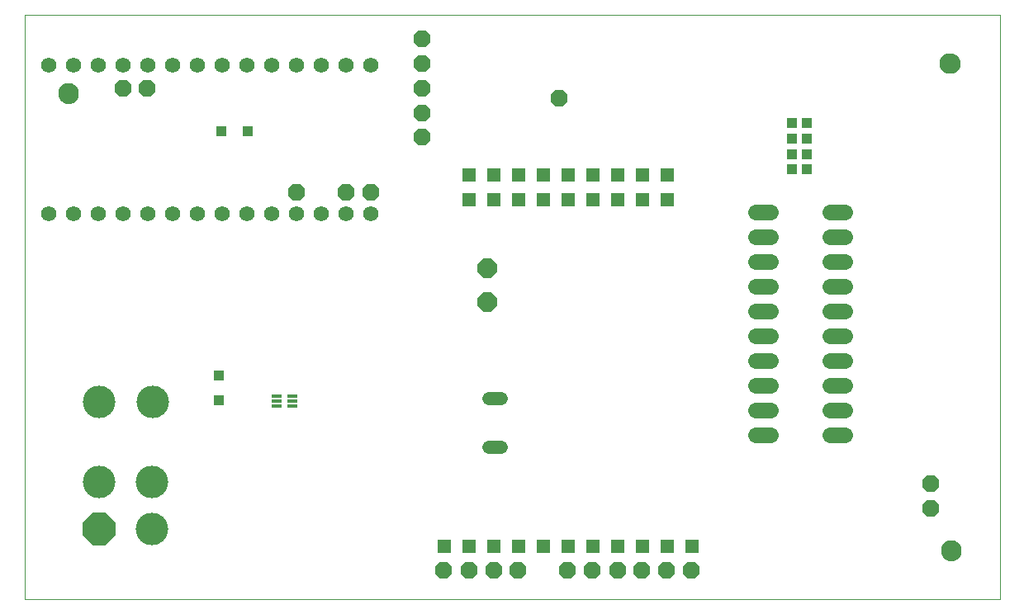
<source format=gbs>
G75*
%MOIN*%
%OFA0B0*%
%FSLAX25Y25*%
%IPPOS*%
%LPD*%
%AMOC8*
5,1,8,0,0,1.08239X$1,22.5*
%
%ADD10C,0.00000*%
%ADD11C,0.08274*%
%ADD12R,0.04298X0.01581*%
%ADD13C,0.05400*%
%ADD14C,0.13100*%
%ADD15OC8,0.08000*%
%ADD16R,0.05550X0.05550*%
%ADD17C,0.06337*%
%ADD18OC8,0.13100*%
%ADD19R,0.04337X0.04337*%
%ADD20OC8,0.06700*%
%ADD21C,0.06200*%
D10*
X0031328Y0025816D02*
X0031328Y0262036D01*
X0425028Y0262036D01*
X0425028Y0025816D01*
X0031328Y0025816D01*
X0045107Y0230146D02*
X0045109Y0230271D01*
X0045115Y0230396D01*
X0045125Y0230520D01*
X0045139Y0230644D01*
X0045156Y0230768D01*
X0045178Y0230891D01*
X0045204Y0231013D01*
X0045233Y0231135D01*
X0045266Y0231255D01*
X0045304Y0231374D01*
X0045344Y0231493D01*
X0045389Y0231609D01*
X0045437Y0231724D01*
X0045489Y0231838D01*
X0045545Y0231950D01*
X0045604Y0232060D01*
X0045666Y0232168D01*
X0045732Y0232275D01*
X0045801Y0232379D01*
X0045874Y0232480D01*
X0045949Y0232580D01*
X0046028Y0232677D01*
X0046110Y0232771D01*
X0046195Y0232863D01*
X0046282Y0232952D01*
X0046373Y0233038D01*
X0046466Y0233121D01*
X0046562Y0233202D01*
X0046660Y0233279D01*
X0046760Y0233353D01*
X0046863Y0233424D01*
X0046968Y0233491D01*
X0047076Y0233556D01*
X0047185Y0233616D01*
X0047296Y0233674D01*
X0047409Y0233727D01*
X0047523Y0233777D01*
X0047639Y0233824D01*
X0047756Y0233866D01*
X0047875Y0233905D01*
X0047995Y0233941D01*
X0048116Y0233972D01*
X0048238Y0234000D01*
X0048360Y0234023D01*
X0048484Y0234043D01*
X0048608Y0234059D01*
X0048732Y0234071D01*
X0048857Y0234079D01*
X0048982Y0234083D01*
X0049106Y0234083D01*
X0049231Y0234079D01*
X0049356Y0234071D01*
X0049480Y0234059D01*
X0049604Y0234043D01*
X0049728Y0234023D01*
X0049850Y0234000D01*
X0049972Y0233972D01*
X0050093Y0233941D01*
X0050213Y0233905D01*
X0050332Y0233866D01*
X0050449Y0233824D01*
X0050565Y0233777D01*
X0050679Y0233727D01*
X0050792Y0233674D01*
X0050903Y0233616D01*
X0051013Y0233556D01*
X0051120Y0233491D01*
X0051225Y0233424D01*
X0051328Y0233353D01*
X0051428Y0233279D01*
X0051526Y0233202D01*
X0051622Y0233121D01*
X0051715Y0233038D01*
X0051806Y0232952D01*
X0051893Y0232863D01*
X0051978Y0232771D01*
X0052060Y0232677D01*
X0052139Y0232580D01*
X0052214Y0232480D01*
X0052287Y0232379D01*
X0052356Y0232275D01*
X0052422Y0232168D01*
X0052484Y0232060D01*
X0052543Y0231950D01*
X0052599Y0231838D01*
X0052651Y0231724D01*
X0052699Y0231609D01*
X0052744Y0231493D01*
X0052784Y0231374D01*
X0052822Y0231255D01*
X0052855Y0231135D01*
X0052884Y0231013D01*
X0052910Y0230891D01*
X0052932Y0230768D01*
X0052949Y0230644D01*
X0052963Y0230520D01*
X0052973Y0230396D01*
X0052979Y0230271D01*
X0052981Y0230146D01*
X0052979Y0230021D01*
X0052973Y0229896D01*
X0052963Y0229772D01*
X0052949Y0229648D01*
X0052932Y0229524D01*
X0052910Y0229401D01*
X0052884Y0229279D01*
X0052855Y0229157D01*
X0052822Y0229037D01*
X0052784Y0228918D01*
X0052744Y0228799D01*
X0052699Y0228683D01*
X0052651Y0228568D01*
X0052599Y0228454D01*
X0052543Y0228342D01*
X0052484Y0228232D01*
X0052422Y0228124D01*
X0052356Y0228017D01*
X0052287Y0227913D01*
X0052214Y0227812D01*
X0052139Y0227712D01*
X0052060Y0227615D01*
X0051978Y0227521D01*
X0051893Y0227429D01*
X0051806Y0227340D01*
X0051715Y0227254D01*
X0051622Y0227171D01*
X0051526Y0227090D01*
X0051428Y0227013D01*
X0051328Y0226939D01*
X0051225Y0226868D01*
X0051120Y0226801D01*
X0051012Y0226736D01*
X0050903Y0226676D01*
X0050792Y0226618D01*
X0050679Y0226565D01*
X0050565Y0226515D01*
X0050449Y0226468D01*
X0050332Y0226426D01*
X0050213Y0226387D01*
X0050093Y0226351D01*
X0049972Y0226320D01*
X0049850Y0226292D01*
X0049728Y0226269D01*
X0049604Y0226249D01*
X0049480Y0226233D01*
X0049356Y0226221D01*
X0049231Y0226213D01*
X0049106Y0226209D01*
X0048982Y0226209D01*
X0048857Y0226213D01*
X0048732Y0226221D01*
X0048608Y0226233D01*
X0048484Y0226249D01*
X0048360Y0226269D01*
X0048238Y0226292D01*
X0048116Y0226320D01*
X0047995Y0226351D01*
X0047875Y0226387D01*
X0047756Y0226426D01*
X0047639Y0226468D01*
X0047523Y0226515D01*
X0047409Y0226565D01*
X0047296Y0226618D01*
X0047185Y0226676D01*
X0047075Y0226736D01*
X0046968Y0226801D01*
X0046863Y0226868D01*
X0046760Y0226939D01*
X0046660Y0227013D01*
X0046562Y0227090D01*
X0046466Y0227171D01*
X0046373Y0227254D01*
X0046282Y0227340D01*
X0046195Y0227429D01*
X0046110Y0227521D01*
X0046028Y0227615D01*
X0045949Y0227712D01*
X0045874Y0227812D01*
X0045801Y0227913D01*
X0045732Y0228017D01*
X0045666Y0228124D01*
X0045604Y0228232D01*
X0045545Y0228342D01*
X0045489Y0228454D01*
X0045437Y0228568D01*
X0045389Y0228683D01*
X0045344Y0228799D01*
X0045304Y0228918D01*
X0045266Y0229037D01*
X0045233Y0229157D01*
X0045204Y0229279D01*
X0045178Y0229401D01*
X0045156Y0229524D01*
X0045139Y0229648D01*
X0045125Y0229772D01*
X0045115Y0229896D01*
X0045109Y0230021D01*
X0045107Y0230146D01*
X0401013Y0242351D02*
X0401015Y0242476D01*
X0401021Y0242601D01*
X0401031Y0242725D01*
X0401045Y0242849D01*
X0401062Y0242973D01*
X0401084Y0243096D01*
X0401110Y0243218D01*
X0401139Y0243340D01*
X0401172Y0243460D01*
X0401210Y0243579D01*
X0401250Y0243698D01*
X0401295Y0243814D01*
X0401343Y0243929D01*
X0401395Y0244043D01*
X0401451Y0244155D01*
X0401510Y0244265D01*
X0401572Y0244373D01*
X0401638Y0244480D01*
X0401707Y0244584D01*
X0401780Y0244685D01*
X0401855Y0244785D01*
X0401934Y0244882D01*
X0402016Y0244976D01*
X0402101Y0245068D01*
X0402188Y0245157D01*
X0402279Y0245243D01*
X0402372Y0245326D01*
X0402468Y0245407D01*
X0402566Y0245484D01*
X0402666Y0245558D01*
X0402769Y0245629D01*
X0402874Y0245696D01*
X0402982Y0245761D01*
X0403091Y0245821D01*
X0403202Y0245879D01*
X0403315Y0245932D01*
X0403429Y0245982D01*
X0403545Y0246029D01*
X0403662Y0246071D01*
X0403781Y0246110D01*
X0403901Y0246146D01*
X0404022Y0246177D01*
X0404144Y0246205D01*
X0404266Y0246228D01*
X0404390Y0246248D01*
X0404514Y0246264D01*
X0404638Y0246276D01*
X0404763Y0246284D01*
X0404888Y0246288D01*
X0405012Y0246288D01*
X0405137Y0246284D01*
X0405262Y0246276D01*
X0405386Y0246264D01*
X0405510Y0246248D01*
X0405634Y0246228D01*
X0405756Y0246205D01*
X0405878Y0246177D01*
X0405999Y0246146D01*
X0406119Y0246110D01*
X0406238Y0246071D01*
X0406355Y0246029D01*
X0406471Y0245982D01*
X0406585Y0245932D01*
X0406698Y0245879D01*
X0406809Y0245821D01*
X0406919Y0245761D01*
X0407026Y0245696D01*
X0407131Y0245629D01*
X0407234Y0245558D01*
X0407334Y0245484D01*
X0407432Y0245407D01*
X0407528Y0245326D01*
X0407621Y0245243D01*
X0407712Y0245157D01*
X0407799Y0245068D01*
X0407884Y0244976D01*
X0407966Y0244882D01*
X0408045Y0244785D01*
X0408120Y0244685D01*
X0408193Y0244584D01*
X0408262Y0244480D01*
X0408328Y0244373D01*
X0408390Y0244265D01*
X0408449Y0244155D01*
X0408505Y0244043D01*
X0408557Y0243929D01*
X0408605Y0243814D01*
X0408650Y0243698D01*
X0408690Y0243579D01*
X0408728Y0243460D01*
X0408761Y0243340D01*
X0408790Y0243218D01*
X0408816Y0243096D01*
X0408838Y0242973D01*
X0408855Y0242849D01*
X0408869Y0242725D01*
X0408879Y0242601D01*
X0408885Y0242476D01*
X0408887Y0242351D01*
X0408885Y0242226D01*
X0408879Y0242101D01*
X0408869Y0241977D01*
X0408855Y0241853D01*
X0408838Y0241729D01*
X0408816Y0241606D01*
X0408790Y0241484D01*
X0408761Y0241362D01*
X0408728Y0241242D01*
X0408690Y0241123D01*
X0408650Y0241004D01*
X0408605Y0240888D01*
X0408557Y0240773D01*
X0408505Y0240659D01*
X0408449Y0240547D01*
X0408390Y0240437D01*
X0408328Y0240329D01*
X0408262Y0240222D01*
X0408193Y0240118D01*
X0408120Y0240017D01*
X0408045Y0239917D01*
X0407966Y0239820D01*
X0407884Y0239726D01*
X0407799Y0239634D01*
X0407712Y0239545D01*
X0407621Y0239459D01*
X0407528Y0239376D01*
X0407432Y0239295D01*
X0407334Y0239218D01*
X0407234Y0239144D01*
X0407131Y0239073D01*
X0407026Y0239006D01*
X0406918Y0238941D01*
X0406809Y0238881D01*
X0406698Y0238823D01*
X0406585Y0238770D01*
X0406471Y0238720D01*
X0406355Y0238673D01*
X0406238Y0238631D01*
X0406119Y0238592D01*
X0405999Y0238556D01*
X0405878Y0238525D01*
X0405756Y0238497D01*
X0405634Y0238474D01*
X0405510Y0238454D01*
X0405386Y0238438D01*
X0405262Y0238426D01*
X0405137Y0238418D01*
X0405012Y0238414D01*
X0404888Y0238414D01*
X0404763Y0238418D01*
X0404638Y0238426D01*
X0404514Y0238438D01*
X0404390Y0238454D01*
X0404266Y0238474D01*
X0404144Y0238497D01*
X0404022Y0238525D01*
X0403901Y0238556D01*
X0403781Y0238592D01*
X0403662Y0238631D01*
X0403545Y0238673D01*
X0403429Y0238720D01*
X0403315Y0238770D01*
X0403202Y0238823D01*
X0403091Y0238881D01*
X0402981Y0238941D01*
X0402874Y0239006D01*
X0402769Y0239073D01*
X0402666Y0239144D01*
X0402566Y0239218D01*
X0402468Y0239295D01*
X0402372Y0239376D01*
X0402279Y0239459D01*
X0402188Y0239545D01*
X0402101Y0239634D01*
X0402016Y0239726D01*
X0401934Y0239820D01*
X0401855Y0239917D01*
X0401780Y0240017D01*
X0401707Y0240118D01*
X0401638Y0240222D01*
X0401572Y0240329D01*
X0401510Y0240437D01*
X0401451Y0240547D01*
X0401395Y0240659D01*
X0401343Y0240773D01*
X0401295Y0240888D01*
X0401250Y0241004D01*
X0401210Y0241123D01*
X0401172Y0241242D01*
X0401139Y0241362D01*
X0401110Y0241484D01*
X0401084Y0241606D01*
X0401062Y0241729D01*
X0401045Y0241853D01*
X0401031Y0241977D01*
X0401021Y0242101D01*
X0401015Y0242226D01*
X0401013Y0242351D01*
X0401406Y0045501D02*
X0401408Y0045626D01*
X0401414Y0045751D01*
X0401424Y0045875D01*
X0401438Y0045999D01*
X0401455Y0046123D01*
X0401477Y0046246D01*
X0401503Y0046368D01*
X0401532Y0046490D01*
X0401565Y0046610D01*
X0401603Y0046729D01*
X0401643Y0046848D01*
X0401688Y0046964D01*
X0401736Y0047079D01*
X0401788Y0047193D01*
X0401844Y0047305D01*
X0401903Y0047415D01*
X0401965Y0047523D01*
X0402031Y0047630D01*
X0402100Y0047734D01*
X0402173Y0047835D01*
X0402248Y0047935D01*
X0402327Y0048032D01*
X0402409Y0048126D01*
X0402494Y0048218D01*
X0402581Y0048307D01*
X0402672Y0048393D01*
X0402765Y0048476D01*
X0402861Y0048557D01*
X0402959Y0048634D01*
X0403059Y0048708D01*
X0403162Y0048779D01*
X0403267Y0048846D01*
X0403375Y0048911D01*
X0403484Y0048971D01*
X0403595Y0049029D01*
X0403708Y0049082D01*
X0403822Y0049132D01*
X0403938Y0049179D01*
X0404055Y0049221D01*
X0404174Y0049260D01*
X0404294Y0049296D01*
X0404415Y0049327D01*
X0404537Y0049355D01*
X0404659Y0049378D01*
X0404783Y0049398D01*
X0404907Y0049414D01*
X0405031Y0049426D01*
X0405156Y0049434D01*
X0405281Y0049438D01*
X0405405Y0049438D01*
X0405530Y0049434D01*
X0405655Y0049426D01*
X0405779Y0049414D01*
X0405903Y0049398D01*
X0406027Y0049378D01*
X0406149Y0049355D01*
X0406271Y0049327D01*
X0406392Y0049296D01*
X0406512Y0049260D01*
X0406631Y0049221D01*
X0406748Y0049179D01*
X0406864Y0049132D01*
X0406978Y0049082D01*
X0407091Y0049029D01*
X0407202Y0048971D01*
X0407312Y0048911D01*
X0407419Y0048846D01*
X0407524Y0048779D01*
X0407627Y0048708D01*
X0407727Y0048634D01*
X0407825Y0048557D01*
X0407921Y0048476D01*
X0408014Y0048393D01*
X0408105Y0048307D01*
X0408192Y0048218D01*
X0408277Y0048126D01*
X0408359Y0048032D01*
X0408438Y0047935D01*
X0408513Y0047835D01*
X0408586Y0047734D01*
X0408655Y0047630D01*
X0408721Y0047523D01*
X0408783Y0047415D01*
X0408842Y0047305D01*
X0408898Y0047193D01*
X0408950Y0047079D01*
X0408998Y0046964D01*
X0409043Y0046848D01*
X0409083Y0046729D01*
X0409121Y0046610D01*
X0409154Y0046490D01*
X0409183Y0046368D01*
X0409209Y0046246D01*
X0409231Y0046123D01*
X0409248Y0045999D01*
X0409262Y0045875D01*
X0409272Y0045751D01*
X0409278Y0045626D01*
X0409280Y0045501D01*
X0409278Y0045376D01*
X0409272Y0045251D01*
X0409262Y0045127D01*
X0409248Y0045003D01*
X0409231Y0044879D01*
X0409209Y0044756D01*
X0409183Y0044634D01*
X0409154Y0044512D01*
X0409121Y0044392D01*
X0409083Y0044273D01*
X0409043Y0044154D01*
X0408998Y0044038D01*
X0408950Y0043923D01*
X0408898Y0043809D01*
X0408842Y0043697D01*
X0408783Y0043587D01*
X0408721Y0043479D01*
X0408655Y0043372D01*
X0408586Y0043268D01*
X0408513Y0043167D01*
X0408438Y0043067D01*
X0408359Y0042970D01*
X0408277Y0042876D01*
X0408192Y0042784D01*
X0408105Y0042695D01*
X0408014Y0042609D01*
X0407921Y0042526D01*
X0407825Y0042445D01*
X0407727Y0042368D01*
X0407627Y0042294D01*
X0407524Y0042223D01*
X0407419Y0042156D01*
X0407311Y0042091D01*
X0407202Y0042031D01*
X0407091Y0041973D01*
X0406978Y0041920D01*
X0406864Y0041870D01*
X0406748Y0041823D01*
X0406631Y0041781D01*
X0406512Y0041742D01*
X0406392Y0041706D01*
X0406271Y0041675D01*
X0406149Y0041647D01*
X0406027Y0041624D01*
X0405903Y0041604D01*
X0405779Y0041588D01*
X0405655Y0041576D01*
X0405530Y0041568D01*
X0405405Y0041564D01*
X0405281Y0041564D01*
X0405156Y0041568D01*
X0405031Y0041576D01*
X0404907Y0041588D01*
X0404783Y0041604D01*
X0404659Y0041624D01*
X0404537Y0041647D01*
X0404415Y0041675D01*
X0404294Y0041706D01*
X0404174Y0041742D01*
X0404055Y0041781D01*
X0403938Y0041823D01*
X0403822Y0041870D01*
X0403708Y0041920D01*
X0403595Y0041973D01*
X0403484Y0042031D01*
X0403374Y0042091D01*
X0403267Y0042156D01*
X0403162Y0042223D01*
X0403059Y0042294D01*
X0402959Y0042368D01*
X0402861Y0042445D01*
X0402765Y0042526D01*
X0402672Y0042609D01*
X0402581Y0042695D01*
X0402494Y0042784D01*
X0402409Y0042876D01*
X0402327Y0042970D01*
X0402248Y0043067D01*
X0402173Y0043167D01*
X0402100Y0043268D01*
X0402031Y0043372D01*
X0401965Y0043479D01*
X0401903Y0043587D01*
X0401844Y0043697D01*
X0401788Y0043809D01*
X0401736Y0043923D01*
X0401688Y0044038D01*
X0401643Y0044154D01*
X0401603Y0044273D01*
X0401565Y0044392D01*
X0401532Y0044512D01*
X0401503Y0044634D01*
X0401477Y0044756D01*
X0401455Y0044879D01*
X0401438Y0045003D01*
X0401424Y0045127D01*
X0401414Y0045251D01*
X0401408Y0045376D01*
X0401406Y0045501D01*
D11*
X0405343Y0045501D03*
X0404950Y0242351D03*
X0049044Y0230146D03*
D12*
X0133217Y0107863D03*
X0133217Y0105894D03*
X0133217Y0103926D03*
X0139556Y0103926D03*
X0139556Y0105894D03*
X0139556Y0107863D03*
D13*
X0218709Y0106879D02*
X0223709Y0106879D01*
X0223709Y0087194D02*
X0218709Y0087194D01*
D14*
X0082902Y0073178D03*
X0061446Y0073178D03*
X0082902Y0054280D03*
X0083060Y0105619D03*
X0061406Y0105619D03*
D15*
X0218099Y0146013D03*
X0218099Y0159438D03*
D16*
X0220678Y0187391D03*
X0230678Y0187391D03*
X0230678Y0197391D03*
X0220678Y0197391D03*
X0210678Y0197391D03*
X0210678Y0187391D03*
X0240678Y0187391D03*
X0250678Y0187391D03*
X0260678Y0187391D03*
X0270678Y0187391D03*
X0280678Y0187391D03*
X0290678Y0187391D03*
X0290678Y0197391D03*
X0280678Y0197391D03*
X0270678Y0197391D03*
X0260678Y0197391D03*
X0250678Y0197391D03*
X0240678Y0197391D03*
X0240678Y0047391D03*
X0250678Y0047391D03*
X0260678Y0047391D03*
X0270678Y0047391D03*
X0280678Y0047391D03*
X0290678Y0047391D03*
X0300678Y0047391D03*
X0230678Y0047391D03*
X0220678Y0047391D03*
X0210678Y0047391D03*
X0200678Y0047391D03*
D17*
X0326509Y0092115D02*
X0332446Y0092115D01*
X0332446Y0102115D02*
X0326509Y0102115D01*
X0326509Y0112115D02*
X0332446Y0112115D01*
X0332446Y0122115D02*
X0326509Y0122115D01*
X0326509Y0132115D02*
X0332446Y0132115D01*
X0332446Y0142115D02*
X0326509Y0142115D01*
X0326509Y0152115D02*
X0332446Y0152115D01*
X0332446Y0162115D02*
X0326509Y0162115D01*
X0326509Y0172115D02*
X0332446Y0172115D01*
X0332446Y0182115D02*
X0326509Y0182115D01*
X0356509Y0182115D02*
X0362446Y0182115D01*
X0362446Y0172115D02*
X0356509Y0172115D01*
X0356509Y0162115D02*
X0362446Y0162115D01*
X0362446Y0152115D02*
X0356509Y0152115D01*
X0356509Y0142115D02*
X0362446Y0142115D01*
X0362446Y0132115D02*
X0356509Y0132115D01*
X0356509Y0122115D02*
X0362446Y0122115D01*
X0362446Y0112115D02*
X0356509Y0112115D01*
X0356509Y0102115D02*
X0362446Y0102115D01*
X0362446Y0092115D02*
X0356509Y0092115D01*
D18*
X0061446Y0054280D03*
D19*
X0109674Y0106131D03*
X0109674Y0116367D03*
X0110855Y0214792D03*
X0121485Y0214792D03*
X0341170Y0212036D03*
X0347076Y0212036D03*
X0347076Y0205737D03*
X0341170Y0205737D03*
X0341170Y0199438D03*
X0347076Y0199438D03*
X0347076Y0218335D03*
X0341170Y0218335D03*
D20*
X0247076Y0228178D03*
X0191957Y0232115D03*
X0191957Y0222272D03*
X0191957Y0212430D03*
X0171091Y0190383D03*
X0161249Y0190383D03*
X0141170Y0190383D03*
X0080934Y0232115D03*
X0071091Y0232115D03*
X0191957Y0242351D03*
X0191957Y0252194D03*
X0397076Y0072666D03*
X0397076Y0062430D03*
X0300619Y0037627D03*
X0290383Y0037627D03*
X0280540Y0037627D03*
X0270698Y0037627D03*
X0260461Y0037627D03*
X0250619Y0037627D03*
X0230540Y0037627D03*
X0220698Y0037627D03*
X0210855Y0037627D03*
X0200619Y0037627D03*
D21*
X0171209Y0181603D03*
X0161209Y0181603D03*
X0151209Y0181603D03*
X0141209Y0181603D03*
X0131209Y0181603D03*
X0121209Y0181603D03*
X0111209Y0181603D03*
X0101209Y0181603D03*
X0091209Y0181603D03*
X0081209Y0181603D03*
X0071209Y0181603D03*
X0061209Y0181603D03*
X0051209Y0181603D03*
X0041209Y0181603D03*
X0041209Y0241603D03*
X0051209Y0241603D03*
X0061209Y0241603D03*
X0071209Y0241603D03*
X0081209Y0241603D03*
X0091209Y0241603D03*
X0101209Y0241603D03*
X0111209Y0241603D03*
X0121209Y0241603D03*
X0131209Y0241603D03*
X0141209Y0241603D03*
X0151209Y0241603D03*
X0161209Y0241603D03*
X0171209Y0241603D03*
M02*

</source>
